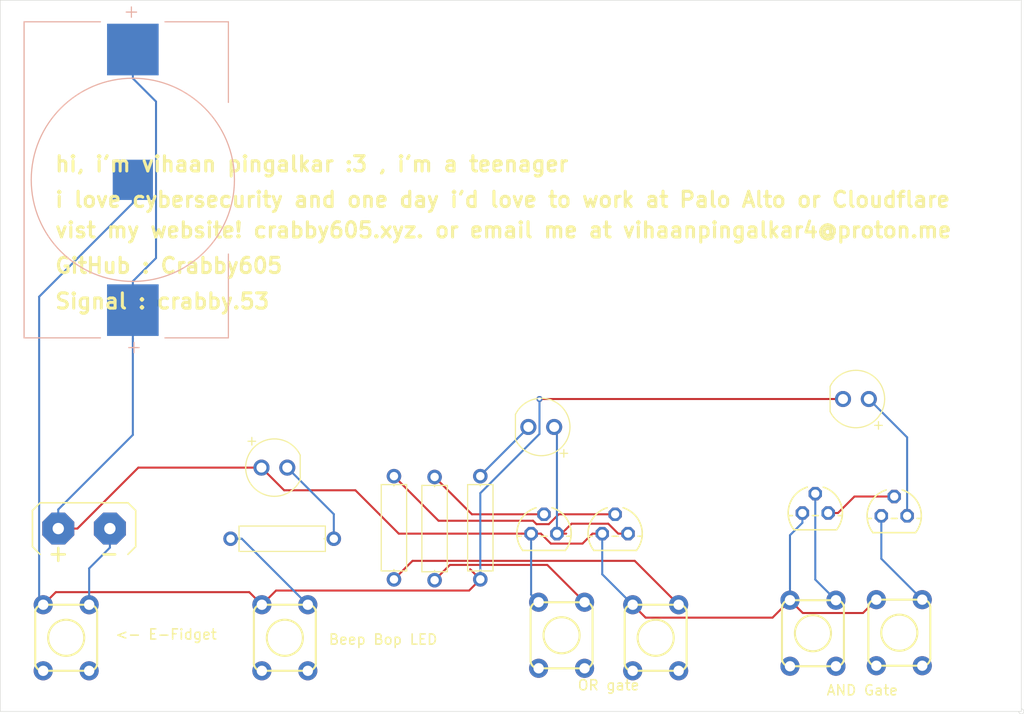
<source format=kicad_pcb>
(kicad_pcb (version 20241229) (generator "pcbnew") (generator_version "9.0")
  (layers (0 "F.Cu" signal) (2 "B.Cu" signal) (13 "F.Paste" user) (15 "B.Paste" user) (5 "F.SilkS" user "F.Silkscreen") (7 "B.SilkS" user "B.Silkscreen") (1 "F.Mask" user) (3 "B.Mask" user) (25 "Edge.Cuts" user))
  (net 0 "")
  (net 1 "D1_C")
  (net 2 "S1_4")
  (net 3 "BAT1-")
  (net 4 "BAT1+")
  (net 5 "M1_-")
  (net 6 "S3_4")
  (net 7 "T1_E")
  (net 8 "S4_4")
  (net 9 "D2_A")
  (net 10 "D3_C")
  (net 11 "D3_A")
  (net 12 "T4_B")
  (net 13 "S7_4")
  (net 14 "T3_B")
  (net 15 "S6_4")
  (footprint "solder:SWITCH-MOMENTARY-PTH-6.5MM_30890021" (layer "F.Cu") (at 157.2606 120.7488 90)
    (property "Reference" "S1" (hide yes))
    (property "Value" "SWITCH_MOMENTARY" (hide yes))
    (fp_line (start -2.54 -3.048) (end 2.54 -3.048) (stroke (width 0.2032)) (layer "F.SilkS"))
    (fp_line (start 3.2512 -2.2606) (end 3.2512 2.2606) (stroke (width 0.2032)) (layer "F.SilkS"))
    (fp_line (start -3.2512 2.2606) (end -3.2512 -2.2606) (stroke (width 0.2032)) (layer "F.SilkS"))
    (fp_line (start 2.54 3.048) (end -2.54 3.048) (stroke (width 0.2032)) (layer "F.SilkS"))
    (fp_arc (start 2.54 -3.048) (mid 3.058676 -2.801594) (end 3.2512 -2.2606) (stroke (width 0.2032)) (layer "F.SilkS"))
    (fp_arc (start -3.2512 -2.2606) (mid -3.058676 -2.801594) (end -2.54 -3.048) (stroke (width 0.2032)) (layer "F.SilkS"))
    (fp_arc (start 3.2512 2.2606) (mid 3.058676 2.801594) (end 2.54 3.048) (stroke (width 0.2032)) (layer "F.SilkS"))
    (fp_arc (start -2.54 3.048) (mid -3.058676 2.801594) (end -3.2512 2.2606) (stroke (width 0.2032)) (layer "F.SilkS"))
    (fp_circle (center 0 0) (end 1.778 0) (stroke (width 0.2032)) (fill no) (layer "F.SilkS"))
    (pad "1" thru_hole circle (at -3.2512 -2.2606 90) (size 1.8796 1.8796) (drill 1.016) (layers "*.Cu" "*.Mask"))
    (pad "2" thru_hole circle (at 3.2512 -2.2606 90) (size 1.8796 1.8796) (drill 1.016) (layers "*.Cu" "*.Mask") (net 3 "BAT1-"))
    (pad "3" thru_hole circle (at -3.2512 2.2606 90) (size 1.8796 1.8796) (drill 1.016) (layers "*.Cu" "*.Mask"))
    (pad "4" thru_hole circle (at 3.2512 2.2606 90) (size 1.8796 1.8796) (drill 1.016) (layers "*.Cu" "*.Mask") (net 2 "S1_4"))
  )
  (footprint "solder:SWITCH-MOMENTARY-PTH-6.5MM_30890021" (layer "F.Cu") (at 184.5 120.5 90)
    (property "Reference" "S6" (hide yes))
    (property "Value" "SWITCH_MOMENTARY" (hide yes))
    (fp_line (start -2.54 -3.048) (end 2.54 -3.048) (stroke (width 0.2032)) (layer "F.SilkS"))
    (fp_line (start 3.2512 -2.2606) (end 3.2512 2.2606) (stroke (width 0.2032)) (layer "F.SilkS"))
    (fp_line (start -3.2512 2.2606) (end -3.2512 -2.2606) (stroke (width 0.2032)) (layer "F.SilkS"))
    (fp_line (start 2.54 3.048) (end -2.54 3.048) (stroke (width 0.2032)) (layer "F.SilkS"))
    (fp_arc (start 2.54 -3.048) (mid 3.058676 -2.801594) (end 3.2512 -2.2606) (stroke (width 0.2032)) (layer "F.SilkS"))
    (fp_arc (start -3.2512 -2.2606) (mid -3.058676 -2.801594) (end -2.54 -3.048) (stroke (width 0.2032)) (layer "F.SilkS"))
    (fp_arc (start 3.2512 2.2606) (mid 3.058676 2.801594) (end 2.54 3.048) (stroke (width 0.2032)) (layer "F.SilkS"))
    (fp_arc (start -2.54 3.048) (mid -3.058676 2.801594) (end -3.2512 2.2606) (stroke (width 0.2032)) (layer "F.SilkS"))
    (fp_circle (center 0 0) (end 1.778 0) (stroke (width 0.2032)) (fill no) (layer "F.SilkS"))
    (pad "1" thru_hole circle (at -3.2512 -2.2606 90) (size 1.8796 1.8796) (drill 1.016) (layers "*.Cu" "*.Mask"))
    (pad "2" thru_hole circle (at 3.2512 -2.2606 90) (size 1.8796 1.8796) (drill 1.016) (layers "*.Cu" "*.Mask") (net 4 "BAT1+"))
    (pad "3" thru_hole circle (at -3.2512 2.2606 90) (size 1.8796 1.8796) (drill 1.016) (layers "*.Cu" "*.Mask"))
    (pad "4" thru_hole circle (at 3.2512 2.2606 90) (size 1.8796 1.8796) (drill 1.016) (layers "*.Cu" "*.Mask") (net 15 "S6_4"))
  )
  (footprint "solder:RESAD1016W63L850D250B_30890021" (layer "F.Cu") (at 176.5 109.92 90)
    (property "Reference" "R3" (hide yes))
    (property "Value" "220" (hide yes))
    (fp_line (start 4.25 -1.25) (end 4.25 1.25) (stroke (width 0.12)) (layer "F.SilkS"))
    (fp_line (start -4.25 -1.25) (end 4.25 -1.25) (stroke (width 0.12)) (layer "F.SilkS"))
    (fp_line (start 4.25 0) (end 4.111 0) (stroke (width 0.12)) (layer "F.SilkS"))
    (fp_line (start -4.25 0) (end -4.111 0) (stroke (width 0.12)) (layer "F.SilkS"))
    (fp_line (start 4.25 1.25) (end -4.25 1.25) (stroke (width 0.12)) (layer "F.SilkS"))
    (fp_line (start -4.25 1.25) (end -4.25 -1.25) (stroke (width 0.12)) (layer "F.SilkS"))
    (pad "1" thru_hole circle (at -5.08 0 90) (size 1.43 1.43) (drill 0.83) (layers "*.Cu" "*.Mask") (net 3 "BAT1-"))
    (pad "2" thru_hole circle (at 5.08 0 90) (size 1.43 1.43) (drill 0.83) (layers "*.Cu" "*.Mask") (net 10 "D3_C"))
  )
  (footprint "solder:TO92_30890021" (layer "F.Cu") (at 189.77 110.5)
    (property "Reference" "T4" (hide yes))
    (property "Value" "NPN" (hide yes))
    (fp_line (start -2.655 0.254) (end -2.254 0.254) (stroke (width 0.1524)) (layer "F.SilkS"))
    (fp_line (start -2.095 1.651) (end 2.095 1.651) (stroke (width 0.1524)) (layer "F.SilkS"))
    (fp_line (start -0.286 0.254) (end 0.286 0.254) (stroke (width 0.1524)) (layer "F.SilkS"))
    (fp_line (start 2.254 0.254) (end 2.655 0.254) (stroke (width 0.1524)) (layer "F.SilkS"))
    (fp_arc (start -2.095 1.651) (mid -2.546798 -0.793169) (end -0.786898 -2.5484) (stroke (width 0.1524)) (layer "F.SilkS"))
    (fp_arc (start 0.7869 -2.5484) (mid 2.546798 -0.793168) (end 2.094999 1.651001) (stroke (width 0.1524)) (layer "F.SilkS"))
    (pad "1" thru_hole roundrect (at -1.27 0) (size 1.3208 1.3208) (drill 0.8128) (layers "*.Cu" "*.Mask") (chamfer_ratio 0.2928932188) (chamfer top_left top_right bottom_left bottom_right) (net 4 "BAT1+"))
    (pad "2" thru_hole roundrect (at 0 -1.905) (size 1.3208 1.3208) (drill 0.8128) (layers "*.Cu" "*.Mask") (chamfer_ratio 0.2928932188) (chamfer top_left top_right bottom_left bottom_right) (net 12 "T4_B"))
    (pad "3" thru_hole roundrect (at 1.27 0) (size 1.3208 1.3208) (drill 0.8128) (layers "*.Cu" "*.Mask") (chamfer_ratio 0.2928932188) (chamfer top_left top_right bottom_left bottom_right) (net 11 "D3_A"))
  )
  (footprint "solder:LEDRD254W60D565H860B_30890021" (layer "F.Cu") (at 213.4694 97.2488 180)
    (property "Reference" "D2" (hide yes))
    (property "Value" "LED_RED" (hide yes))
    (fp_line (start 2.5425 -1.2314) (end 2.5425 1.2314) (stroke (width 0.12)) (layer "F.SilkS"))
    (fp_line (start -2.2196 -2.9696) (end -2.2196 -2.2196) (stroke (width 0.12)) (layer "F.SilkS"))
    (fp_line (start -2.5946 -2.5946) (end -1.8446 -2.5946) (stroke (width 0.12)) (layer "F.SilkS"))
    (fp_arc (start 2.5425 1.2314) (mid -0.631694 2.753475) (end -2.825 -0.000001) (stroke (width 0.12)) (layer "F.SilkS"))
    (fp_arc (start -2.825 0.000001) (mid -0.631694 -2.753475) (end 2.5425 -1.2314) (stroke (width 0.12)) (layer "F.SilkS"))
    (pad "1" thru_hole circle (at -1.27 0 180) (size 1.581 1.581) (drill 0.981) (layers "*.Cu" "*.Mask") (net 9 "D2_A"))
    (pad "2" thru_hole circle (at 1.27 0 180) (size 1.581 1.581) (drill 0.981) (layers "*.Cu" "*.Mask") (net 3 "BAT1-"))
  )
  (footprint "solder:RESAD1016W63L850D250B_30890021" (layer "F.Cu") (at 157 111)
    (property "Reference" "R1" (hide yes))
    (property "Value" "220" (hide yes))
    (fp_line (start -4.25 -1.25) (end 4.25 -1.25) (stroke (width 0.12)) (layer "F.SilkS"))
    (fp_line (start -4.25 0) (end -4.111 0) (stroke (width 0.12)) (layer "F.SilkS"))
    (fp_line (start -4.25 1.25) (end -4.25 -1.25) (stroke (width 0.12)) (layer "F.SilkS"))
    (fp_line (start 4.25 -1.25) (end 4.25 1.25) (stroke (width 0.12)) (layer "F.SilkS"))
    (fp_line (start 4.25 0) (end 4.111 0) (stroke (width 0.12)) (layer "F.SilkS"))
    (fp_line (start 4.25 1.25) (end -4.25 1.25) (stroke (width 0.12)) (layer "F.SilkS"))
    (pad "1" thru_hole circle (at -5.08 0) (size 1.43 1.43) (drill 0.83) (layers "*.Cu" "*.Mask") (net 2 "S1_4"))
    (pad "2" thru_hole circle (at 5.08 0) (size 1.43 1.43) (drill 0.83) (layers "*.Cu" "*.Mask") (net 1 "D1_C"))
  )
  (footprint "solder:TO92_30890021" (layer "F.Cu") (at 182.77 110.5)
    (property "Reference" "T3" (hide yes))
    (property "Value" "NPN" (hide yes))
    (fp_line (start -2.655 0.254) (end -2.254 0.254) (stroke (width 0.1524)) (layer "F.SilkS"))
    (fp_line (start -2.095 1.651) (end 2.095 1.651) (stroke (width 0.1524)) (layer "F.SilkS"))
    (fp_line (start -0.286 0.254) (end 0.286 0.254) (stroke (width 0.1524)) (layer "F.SilkS"))
    (fp_line (start 2.254 0.254) (end 2.655 0.254) (stroke (width 0.1524)) (layer "F.SilkS"))
    (fp_arc (start -2.095 1.651) (mid -2.546798 -0.793169) (end -0.786898 -2.5484) (stroke (width 0.1524)) (layer "F.SilkS"))
    (fp_arc (start 0.7869 -2.5484) (mid 2.546798 -0.793168) (end 2.094999 1.651001) (stroke (width 0.1524)) (layer "F.SilkS"))
    (pad "1" thru_hole roundrect (at -1.27 0) (size 1.3208 1.3208) (drill 0.8128) (layers "*.Cu" "*.Mask") (chamfer_ratio 0.2928932188) (chamfer top_left top_right bottom_left bottom_right) (net 4 "BAT1+"))
    (pad "2" thru_hole roundrect (at 0 -1.905) (size 1.3208 1.3208) (drill 0.8128) (layers "*.Cu" "*.Mask") (chamfer_ratio 0.2928932188) (chamfer top_left top_right bottom_left bottom_right) (net 14 "T3_B"))
    (pad "3" thru_hole roundrect (at 1.27 0) (size 1.3208 1.3208) (drill 0.8128) (layers "*.Cu" "*.Mask") (chamfer_ratio 0.2928932188) (chamfer top_left top_right bottom_left bottom_right) (net 11 "D3_A"))
  )
  (footprint "solder:LEDRD254W60D565H860B_30890021" (layer "F.Cu") (at 156.23 104)
    (property "Reference" "D1" (hide yes))
    (property "Value" "LED_RED" (hide yes))
    (fp_line (start -2.5946 -2.5946) (end -1.8446 -2.5946) (stroke (width 0.12)) (layer "F.SilkS"))
    (fp_line (start -2.2196 -2.9696) (end -2.2196 -2.2196) (stroke (width 0.12)) (layer "F.SilkS"))
    (fp_line (start 2.5425 -1.2314) (end 2.5425 1.2314) (stroke (width 0.12)) (layer "F.SilkS"))
    (fp_arc (start -2.825 0.000001) (mid -0.631694 -2.753475) (end 2.5425 -1.2314) (stroke (width 0.12)) (layer "F.SilkS"))
    (fp_arc (start 2.5425 1.2314) (mid -0.631694 2.753475) (end -2.825 -0.000001) (stroke (width 0.12)) (layer "F.SilkS"))
    (pad "1" thru_hole circle (at -1.27 0) (size 1.581 1.581) (drill 0.981) (layers "*.Cu" "*.Mask") (net 4 "BAT1+"))
    (pad "2" thru_hole circle (at 1.27 0) (size 1.581 1.581) (drill 0.981) (layers "*.Cu" "*.Mask") (net 1 "D1_C"))
  )
  (footprint "solder:LEDRD254W60D565H860B_30890021" (layer "F.Cu") (at 182.5 100 180)
    (property "Reference" "D3" (hide yes))
    (property "Value" "LED_RED" (hide yes))
    (fp_line (start 2.5425 -1.2314) (end 2.5425 1.2314) (stroke (width 0.12)) (layer "F.SilkS"))
    (fp_line (start -2.2196 -2.9696) (end -2.2196 -2.2196) (stroke (width 0.12)) (layer "F.SilkS"))
    (fp_line (start -2.5946 -2.5946) (end -1.8446 -2.5946) (stroke (width 0.12)) (layer "F.SilkS"))
    (fp_arc (start 2.5425 1.2314) (mid -0.631694 2.753475) (end -2.825 -0.000001) (stroke (width 0.12)) (layer "F.SilkS"))
    (fp_arc (start -2.825 0.000001) (mid -0.631694 -2.753475) (end 2.5425 -1.2314) (stroke (width 0.12)) (layer "F.SilkS"))
    (pad "1" thru_hole circle (at -1.27 0 180) (size 1.581 1.581) (drill 0.981) (layers "*.Cu" "*.Mask") (net 11 "D3_A"))
    (pad "2" thru_hole circle (at 1.27 0 180) (size 1.581 1.581) (drill 0.981) (layers "*.Cu" "*.Mask") (net 10 "D3_C"))
  )
  (footprint "solder:MOTOR_30890021" (layer "F.Cu") (at 137.5 110 180)
    (property "Reference" "M1" (hide yes))
    (property "Value" "MOTOR_HDR" (hide yes))
    (fp_line (start 5.08 1.778) (end 5.08 -1.778) (stroke (width 0.1524)) (layer "F.SilkS"))
    (fp_line (start 5.08 -1.778) (end 4.318 -2.54) (stroke (width 0.1524)) (layer "F.SilkS"))
    (fp_line (start 4.318 2.54) (end 5.08 1.778) (stroke (width 0.1524)) (layer "F.SilkS"))
    (fp_line (start 2.54 -1.905) (end 2.54 -3.175) (stroke (width 0.254)) (layer "F.SilkS"))
    (fp_line (start 1.905 -2.54) (end 3.175 -2.54) (stroke (width 0.254)) (layer "F.SilkS"))
    (fp_line (start -3.048 -2.54) (end -1.905 -2.54) (stroke (width 0.254)) (layer "F.SilkS"))
    (fp_line (start -4.318 2.54) (end 4.318 2.54) (stroke (width 0.1524)) (layer "F.SilkS"))
    (fp_line (start -4.318 -2.54) (end -5.08 -1.778) (stroke (width 0.1524)) (layer "F.SilkS"))
    (fp_line (start -5.08 1.778) (end -4.318 2.54) (stroke (width 0.1524)) (layer "F.SilkS"))
    (fp_line (start -5.08 -1.778) (end -5.08 1.778) (stroke (width 0.1524)) (layer "F.SilkS"))
    (pad "+" thru_hole roundrect (at 2.54 0 180) (size 3.1496 3.1496) (drill 1.1176) (layers "*.Cu" "*.Mask") (chamfer_ratio 0.2928932188) (chamfer top_left top_right bottom_left bottom_right) (net 4 "BAT1+"))
    (pad "-" thru_hole roundrect (at -2.54 0 180) (size 3.1496 3.1496) (drill 1.1176) (layers "*.Cu" "*.Mask") (chamfer_ratio 0.2928932188) (chamfer top_left top_right bottom_left bottom_right) (net 5 "M1_-"))
  )
  (footprint "solder:RESAD1016W63L850D250B_30890021" (layer "F.Cu") (at 172 110 90)
    (property "Reference" "R5" (hide yes))
    (property "Value" "4.7k" (hide yes))
    (fp_line (start 4.25 -1.25) (end 4.25 1.25) (stroke (width 0.12)) (layer "F.SilkS"))
    (fp_line (start -4.25 -1.25) (end 4.25 -1.25) (stroke (width 0.12)) (layer "F.SilkS"))
    (fp_line (start 4.25 0) (end 4.111 0) (stroke (width 0.12)) (layer "F.SilkS"))
    (fp_line (start -4.25 0) (end -4.111 0) (stroke (width 0.12)) (layer "F.SilkS"))
    (fp_line (start 4.25 1.25) (end -4.25 1.25) (stroke (width 0.12)) (layer "F.SilkS"))
    (fp_line (start -4.25 1.25) (end -4.25 -1.25) (stroke (width 0.12)) (layer "F.SilkS"))
    (pad "1" thru_hole circle (at -5.08 0 90) (size 1.43 1.43) (drill 0.83) (layers "*.Cu" "*.Mask") (net 15 "S6_4"))
    (pad "2" thru_hole circle (at 5.08 0 90) (size 1.43 1.43) (drill 0.83) (layers "*.Cu" "*.Mask") (net 14 "T3_B"))
  )
  (footprint "solder:SWITCH-MOMENTARY-PTH-6.5MM_30890021" (layer "F.Cu") (at 193.7606 120.7488 90)
    (property "Reference" "S7" (hide yes))
    (property "Value" "SWITCH_MOMENTARY" (hide yes))
    (fp_line (start -2.54 -3.048) (end 2.54 -3.048) (stroke (width 0.2032)) (layer "F.SilkS"))
    (fp_line (start 3.2512 -2.2606) (end 3.2512 2.2606) (stroke (width 0.2032)) (layer "F.SilkS"))
    (fp_line (start -3.2512 2.2606) (end -3.2512 -2.2606) (stroke (width 0.2032)) (layer "F.SilkS"))
    (fp_line (start 2.54 3.048) (end -2.54 3.048) (stroke (width 0.2032)) (layer "F.SilkS"))
    (fp_arc (start 2.54 -3.048) (mid 3.058676 -2.801594) (end 3.2512 -2.2606) (stroke (width 0.2032)) (layer "F.SilkS"))
    (fp_arc (start -3.2512 -2.2606) (mid -3.058676 -2.801594) (end -2.54 -3.048) (stroke (width 0.2032)) (layer "F.SilkS"))
    (fp_arc (start 3.2512 2.2606) (mid 3.058676 2.801594) (end 2.54 3.048) (stroke (width 0.2032)) (layer "F.SilkS"))
    (fp_arc (start -2.54 3.048) (mid -3.058676 2.801594) (end -3.2512 2.2606) (stroke (width 0.2032)) (layer "F.SilkS"))
    (fp_circle (center 0 0) (end 1.778 0) (stroke (width 0.2032)) (fill no) (layer "F.SilkS"))
    (pad "1" thru_hole circle (at -3.2512 -2.2606 90) (size 1.8796 1.8796) (drill 1.016) (layers "*.Cu" "*.Mask"))
    (pad "2" thru_hole circle (at 3.2512 -2.2606 90) (size 1.8796 1.8796) (drill 1.016) (layers "*.Cu" "*.Mask") (net 4 "BAT1+"))
    (pad "3" thru_hole circle (at -3.2512 2.2606 90) (size 1.8796 1.8796) (drill 1.016) (layers "*.Cu" "*.Mask"))
    (pad "4" thru_hole circle (at 3.2512 2.2606 90) (size 1.8796 1.8796) (drill 1.016) (layers "*.Cu" "*.Mask") (net 13 "S7_4"))
  )
  (footprint "solder:TO92_30890021" (layer "F.Cu") (at 217.2394 108.7488)
    (property "Reference" "T2" (hide yes))
    (property "Value" "NPN" (hide yes))
    (fp_line (start -2.655 0.254) (end -2.254 0.254) (stroke (width 0.1524)) (layer "F.SilkS"))
    (fp_line (start -2.095 1.651) (end 2.095 1.651) (stroke (width 0.1524)) (layer "F.SilkS"))
    (fp_line (start -0.286 0.254) (end 0.286 0.254) (stroke (width 0.1524)) (layer "F.SilkS"))
    (fp_line (start 2.254 0.254) (end 2.655 0.254) (stroke (width 0.1524)) (layer "F.SilkS"))
    (fp_arc (start -2.095 1.651) (mid -2.546798 -0.793169) (end -0.786898 -2.5484) (stroke (width 0.1524)) (layer "F.SilkS"))
    (fp_arc (start 0.7869 -2.5484) (mid 2.546798 -0.793168) (end 2.094999 1.651001) (stroke (width 0.1524)) (layer "F.SilkS"))
    (pad "1" thru_hole roundrect (at -1.27 0) (size 1.3208 1.3208) (drill 0.8128) (layers "*.Cu" "*.Mask") (chamfer_ratio 0.2928932188) (chamfer top_left top_right bottom_left bottom_right) (net 8 "S4_4"))
    (pad "2" thru_hole roundrect (at 0 -1.905) (size 1.3208 1.3208) (drill 0.8128) (layers "*.Cu" "*.Mask") (chamfer_ratio 0.2928932188) (chamfer top_left top_right bottom_left bottom_right) (net 7 "T1_E"))
    (pad "3" thru_hole roundrect (at 1.27 0) (size 1.3208 1.3208) (drill 0.8128) (layers "*.Cu" "*.Mask") (chamfer_ratio 0.2928932188) (chamfer top_left top_right bottom_left bottom_right) (net 9 "D2_A"))
  )
  (footprint "solder:SWITCH-MOMENTARY-PTH-6.5MM_30890021" (layer "F.Cu") (at 209.2394 120.2992 90)
    (property "Reference" "S3" (hide yes))
    (property "Value" "SWITCH_MOMENTARY" (hide yes))
    (fp_line (start -2.54 -3.048) (end 2.54 -3.048) (stroke (width 0.2032)) (layer "F.SilkS"))
    (fp_line (start 3.2512 -2.2606) (end 3.2512 2.2606) (stroke (width 0.2032)) (layer "F.SilkS"))
    (fp_line (start -3.2512 2.2606) (end -3.2512 -2.2606) (stroke (width 0.2032)) (layer "F.SilkS"))
    (fp_line (start 2.54 3.048) (end -2.54 3.048) (stroke (width 0.2032)) (layer "F.SilkS"))
    (fp_arc (start 2.54 -3.048) (mid 3.058676 -2.801594) (end 3.2512 -2.2606) (stroke (width 0.2032)) (layer "F.SilkS"))
    (fp_arc (start -3.2512 -2.2606) (mid -3.058676 -2.801594) (end -2.54 -3.048) (stroke (width 0.2032)) (layer "F.SilkS"))
    (fp_arc (start 3.2512 2.2606) (mid 3.058676 2.801594) (end 2.54 3.048) (stroke (width 0.2032)) (layer "F.SilkS"))
    (fp_arc (start -2.54 3.048) (mid -3.058676 2.801594) (end -3.2512 2.2606) (stroke (width 0.2032)) (layer "F.SilkS"))
    (fp_circle (center 0 0) (end 1.778 0) (stroke (width 0.2032)) (fill no) (layer "F.SilkS"))
    (pad "1" thru_hole circle (at -3.2512 -2.2606 90) (size 1.8796 1.8796) (drill 1.016) (layers "*.Cu" "*.Mask"))
    (pad "2" thru_hole circle (at 3.2512 -2.2606 90) (size 1.8796 1.8796) (drill 1.016) (layers "*.Cu" "*.Mask") (net 4 "BAT1+"))
    (pad "3" thru_hole circle (at -3.2512 2.2606 90) (size 1.8796 1.8796) (drill 1.016) (layers "*.Cu" "*.Mask"))
    (pad "4" thru_hole circle (at 3.2512 2.2606 90) (size 1.8796 1.8796) (drill 1.016) (layers "*.Cu" "*.Mask") (net 6 "S3_4"))
  )
  (footprint "solder:TO92_30890021" (layer "F.Cu") (at 209.4694 108.4676)
    (property "Reference" "T1" (hide yes))
    (property "Value" "NPN" (hide yes))
    (fp_line (start -2.655 0.254) (end -2.254 0.254) (stroke (width 0.1524)) (layer "F.SilkS"))
    (fp_line (start -2.095 1.651) (end 2.095 1.651) (stroke (width 0.1524)) (layer "F.SilkS"))
    (fp_line (start -0.286 0.254) (end 0.286 0.254) (stroke (width 0.1524)) (layer "F.SilkS"))
    (fp_line (start 2.254 0.254) (end 2.655 0.254) (stroke (width 0.1524)) (layer "F.SilkS"))
    (fp_arc (start -2.095 1.651) (mid -2.546798 -0.793169) (end -0.786898 -2.5484) (stroke (width 0.1524)) (layer "F.SilkS"))
    (fp_arc (start 0.7869 -2.5484) (mid 2.546798 -0.793168) (end 2.094999 1.651001) (stroke (width 0.1524)) (layer "F.SilkS"))
    (pad "1" thru_hole roundrect (at -1.27 0) (size 1.3208 1.3208) (drill 0.8128) (layers "*.Cu" "*.Mask") (chamfer_ratio 0.2928932188) (chamfer top_left top_right bottom_left bottom_right) (net 4 "BAT1+"))
    (pad "2" thru_hole roundrect (at 0 -1.905) (size 1.3208 1.3208) (drill 0.8128) (layers "*.Cu" "*.Mask") (chamfer_ratio 0.2928932188) (chamfer top_left top_right bottom_left bottom_right) (net 6 "S3_4"))
    (pad "3" thru_hole roundrect (at 1.27 0) (size 1.3208 1.3208) (drill 0.8128) (layers "*.Cu" "*.Mask") (chamfer_ratio 0.2928932188) (chamfer top_left top_right bottom_left bottom_right) (net 7 "T1_E"))
  )
  (footprint "solder:RESAD1016W63L850D250B_30890021" (layer "F.Cu") (at 168 109.92 90)
    (property "Reference" "R4" (hide yes))
    (property "Value" "4.7k" (hide yes))
    (fp_line (start 4.25 -1.25) (end 4.25 1.25) (stroke (width 0.12)) (layer "F.SilkS"))
    (fp_line (start -4.25 -1.25) (end 4.25 -1.25) (stroke (width 0.12)) (layer "F.SilkS"))
    (fp_line (start 4.25 0) (end 4.111 0) (stroke (width 0.12)) (layer "F.SilkS"))
    (fp_line (start -4.25 0) (end -4.111 0) (stroke (width 0.12)) (layer "F.SilkS"))
    (fp_line (start 4.25 1.25) (end -4.25 1.25) (stroke (width 0.12)) (layer "F.SilkS"))
    (fp_line (start -4.25 1.25) (end -4.25 -1.25) (stroke (width 0.12)) (layer "F.SilkS"))
    (pad "1" thru_hole circle (at -5.08 0 90) (size 1.43 1.43) (drill 0.83) (layers "*.Cu" "*.Mask") (net 13 "S7_4"))
    (pad "2" thru_hole circle (at 5.08 0 90) (size 1.43 1.43) (drill 0.83) (layers "*.Cu" "*.Mask") (net 12 "T4_B"))
  )
  (footprint "solder:SWITCH-MOMENTARY-PTH-6.5MM_30890021" (layer "F.Cu") (at 217.7394 120.2488 90)
    (property "Reference" "S4" (hide yes))
    (property "Value" "SWITCH_MOMENTARY" (hide yes))
    (fp_line (start -2.54 -3.048) (end 2.54 -3.048) (stroke (width 0.2032)) (layer "F.SilkS"))
    (fp_line (start 3.2512 -2.2606) (end 3.2512 2.2606) (stroke (width 0.2032)) (layer "F.SilkS"))
    (fp_line (start -3.2512 2.2606) (end -3.2512 -2.2606) (stroke (width 0.2032)) (layer "F.SilkS"))
    (fp_line (start 2.54 3.048) (end -2.54 3.048) (stroke (width 0.2032)) (layer "F.SilkS"))
    (fp_arc (start 2.54 -3.048) (mid 3.058676 -2.801594) (end 3.2512 -2.2606) (stroke (width 0.2032)) (layer "F.SilkS"))
    (fp_arc (start -3.2512 -2.2606) (mid -3.058676 -2.801594) (end -2.54 -3.048) (stroke (width 0.2032)) (layer "F.SilkS"))
    (fp_arc (start 3.2512 2.2606) (mid 3.058676 2.801594) (end 2.54 3.048) (stroke (width 0.2032)) (layer "F.SilkS"))
    (fp_arc (start -2.54 3.048) (mid -3.058676 2.801594) (end -3.2512 2.2606) (stroke (width 0.2032)) (layer "F.SilkS"))
    (fp_circle (center 0 0) (end 1.778 0) (stroke (width 0.2032)) (fill no) (layer "F.SilkS"))
    (pad "1" thru_hole circle (at -3.2512 -2.2606 90) (size 1.8796 1.8796) (drill 1.016) (layers "*.Cu" "*.Mask"))
    (pad "2" thru_hole circle (at 3.2512 -2.2606 90) (size 1.8796 1.8796) (drill 1.016) (layers "*.Cu" "*.Mask") (net 4 "BAT1+"))
    (pad "3" thru_hole circle (at -3.2512 2.2606 90) (size 1.8796 1.8796) (drill 1.016) (layers "*.Cu" "*.Mask"))
    (pad "4" thru_hole circle (at 3.2512 2.2606 90) (size 1.8796 1.8796) (drill 1.016) (layers "*.Cu" "*.Mask") (net 8 "S4_4"))
  )
  (footprint "solder:SWITCH-MOMENTARY-PTH-6.5MM_30890021" (layer "F.Cu") (at 135.7394 120.7488 90)
    (property "Reference" "S2" (hide yes))
    (property "Value" "SWITCH_MOMENTARY" (hide yes))
    (fp_line (start -2.54 -3.048) (end 2.54 -3.048) (stroke (width 0.2032)) (layer "F.SilkS"))
    (fp_line (start 3.2512 -2.2606) (end 3.2512 2.2606) (stroke (width 0.2032)) (layer "F.SilkS"))
    (fp_line (start -3.2512 2.2606) (end -3.2512 -2.2606) (stroke (width 0.2032)) (layer "F.SilkS"))
    (fp_line (start 2.54 3.048) (end -2.54 3.048) (stroke (width 0.2032)) (layer "F.SilkS"))
    (fp_arc (start 2.54 -3.048) (mid 3.058676 -2.801594) (end 3.2512 -2.2606) (stroke (width 0.2032)) (layer "F.SilkS"))
    (fp_arc (start -3.2512 -2.2606) (mid -3.058676 -2.801594) (end -2.54 -3.048) (stroke (width 0.2032)) (layer "F.SilkS"))
    (fp_arc (start 3.2512 2.2606) (mid 3.058676 2.801594) (end 2.54 3.048) (stroke (width 0.2032)) (layer "F.SilkS"))
    (fp_arc (start -2.54 3.048) (mid -3.058676 2.801594) (end -3.2512 2.2606) (stroke (width 0.2032)) (layer "F.SilkS"))
    (fp_circle (center 0 0) (end 1.778 0) (stroke (width 0.2032)) (fill no) (layer "F.SilkS"))
    (pad "1" thru_hole circle (at -3.2512 -2.2606 90) (size 1.8796 1.8796) (drill 1.016) (layers "*.Cu" "*.Mask"))
    (pad "2" thru_hole circle (at 3.2512 -2.2606 90) (size 1.8796 1.8796) (drill 1.016) (layers "*.Cu" "*.Mask") (net 3 "BAT1-"))
    (pad "3" thru_hole circle (at -3.2512 2.2606 90) (size 1.8796 1.8796) (drill 1.016) (layers "*.Cu" "*.Mask"))
    (pad "4" thru_hole circle (at 3.2512 2.2606 90) (size 1.8796 1.8796) (drill 1.016) (layers "*.Cu" "*.Mask") (net 5 "M1_-"))
  )
  (footprint "solder:BAT_3002_30890021" (layer "B.Cu") (at 141.65 75.675 90)
    (property "Reference" "BAT1" (hide yes))
    (property "Value" "BR2016" (hide yes))
    (fp_line (start 15.555 -10.055) (end -15.555 -10.055) (stroke (width 0.12)) (layer "B.SilkS"))
    (fp_line (start -15.555 -10.055) (end -15.555 -2.54) (stroke (width 0.12)) (layer "B.SilkS"))
    (fp_line (start 15.555 -2.54) (end 15.555 -10.055) (stroke (width 0.12)) (layer "B.SilkS"))
    (fp_line (start 16.002 0.508) (end 17.018 0.508) (stroke (width 0.12)) (layer "B.SilkS"))
    (fp_line (start -17.018 0.762) (end -16.002 0.762) (stroke (width 0.12)) (layer "B.SilkS"))
    (fp_line (start 16.51 1.016) (end 16.51 0) (stroke (width 0.12)) (layer "B.SilkS"))
    (fp_line (start -16.51 1.27) (end -16.51 0.254) (stroke (width 0.12)) (layer "B.SilkS"))
    (fp_line (start -15.555 3.81) (end -15.555 10.055) (stroke (width 0.12)) (layer "B.SilkS"))
    (fp_line (start 15.555 10.055) (end 15.555 3.81) (stroke (width 0.12)) (layer "B.SilkS"))
    (fp_line (start 7.62 10.055) (end 15.555 10.055) (stroke (width 0.12)) (layer "B.SilkS"))
    (fp_line (start -15.555 10.055) (end -7.305 10.055) (stroke (width 0.12)) (layer "B.SilkS"))
    (fp_circle (center 0 0.65) (end 10 0.65) (stroke (width 0.12)) (fill no) (layer "B.SilkS"))
    (pad "N" smd rect (at 0 0.65 90) (size 3.96 3.96) (layers "B.Cu" "B.Mask" "B.Paste") (net 3 "BAT1-"))
    (pad "P" smd rect (at 12.825 0.65 90) (size 5.08 5.08) (layers "B.Cu" "B.Mask" "B.Paste") (net 4 "BAT1+"))
    (pad "P1" smd rect (at -12.825 0.65 90) (size 5.08 5.08) (layers "B.Cu" "B.Mask" "B.Paste") (net 4 "BAT1+"))
  )
  (gr_arc (start 229.75 127.75) (mid 229.926777 128.176777) (end 229.5 128) (stroke (width 0.05)) (layer "Edge.Cuts"))
  (gr_rect (start 129.25 58) (end 229.75 128) (stroke (width 0.05)) (fill no) (layer "Edge.Cuts"))
  (gr_text "AND Gate" (at 210.5 126.5 0) (layer "F.SilkS") (effects (font (size 1 1)) (justify left bottom)))
  (gr_text "i love cybersecurity and one day i'd love to work at Palo Alto or Cloudflare\n" (at 134.5 78.5 0) (layer "F.SilkS") (effects (font (size 1.5 1.5) (thickness 0.3) (bold yes)) (justify left bottom)))
  (gr_text "Signal : crabby.53\n" (at 134.5 88.5 0) (layer "F.SilkS") (effects (font (size 1.5 1.5) (thickness 0.3) (bold yes)) (justify left bottom)))
  (gr_text "Beep Bop LED" (at 161.5 121.5 0) (layer "F.SilkS") (effects (font (size 1 1)) (justify left bottom)))
  (gr_text "vist my website! crabby605.xyz. or email me at vihaanpingalkar4@proton.me" (at 134.5 81.5 0) (layer "F.SilkS") (effects (font (size 1.5 1.5) (thickness 0.3) (bold yes)) (justify left bottom)))
  (gr_text "GitHub : Crabby605\n" (at 134.5 85 0) (layer "F.SilkS") (effects (font (size 1.5 1.5) (thickness 0.3) (bold yes)) (justify left bottom)))
  (gr_text "OR gate\n" (at 186 126 0) (layer "F.SilkS") (effects (font (size 1 1)) (justify left bottom)))
  (gr_text "<- E-Fidget" (at 140.5 121 0) (layer "F.SilkS") (effects (font (size 1 1)) (justify left bottom)))
  (gr_text "hi, i'm vihaan pingalkar :3 , i'm a teenager " (at 134.5 75 0) (layer "F.SilkS") (effects (font (size 1.5 1.5) (thickness 0.3) (bold yes)) (justify left bottom)))
  (segment (start 162.08 108.58) (end 162.08 111) (width 0.2) (layer "B.Cu") (net 1))
  (segment (start 157.5 104) (end 162.08 108.58) (width 0.2) (layer "B.Cu") (net 1))
  (segment (start 159.5212 117.4972) (end 159.5212 117.4976) (width 0.2) (layer "B.Cu") (net 2))
  (segment (start 153.024 111) (end 151.92 111) (width 0.2) (layer "B.Cu") (net 2))
  (segment (start 153.024 111) (end 159.5212 117.4972) (width 0.2) (layer "B.Cu") (net 2))
  (segment (start 175.3997 116.1003) (end 156.3973 116.1003) (width 0.2) (layer "F.Cu") (net 3))
  (segment (start 134.7203 116.2561) (end 153.7585 116.2561) (width 0.2) (layer "F.Cu") (net 3))
  (segment (start 133.4788 117.4976) (end 134.7203 116.2561) (width 0.2) (layer "F.Cu") (net 3))
  (segment (start 153.7585 116.2561) (end 155 117.4976) (width 0.2) (layer "F.Cu") (net 3))
  (segment (start 175.498 113.998) (end 176.5 115) (width 0.2) (layer "F.Cu") (net 3))
  (segment (start 176.5 115) (end 175.3997 116.1003) (width 0.2) (layer "F.Cu") (net 3))
  (segment (start 156.3973 116.1003) (end 155 117.4976) (width 0.2) (layer "F.Cu") (net 3))
  (segment (start 212.1994 97.2488) (end 182.3247 97.2488) (width 0.2) (layer "F.Cu") (net 3))
  (via (at 182.3247 97.2488) (size 0.6) (drill 0.3) (layers "F.Cu" "B.Cu") (net 3))
  (segment (start 133.28 117.299) (end 133.081 117.1) (width 0.2) (layer "B.Cu") (net 3))
  (segment (start 133.28 117.299) (end 133.2802 117.299) (width 0.2) (layer "B.Cu") (net 3))
  (segment (start 133.0784 87.1783) (end 133.0784 117.0974) (width 0.2) (layer "B.Cu") (net 3))
  (segment (start 142.3 77.9567) (end 133.0784 87.1783) (width 0.2) (layer "B.Cu") (net 3))
  (segment (start 142.3 75.675) (end 142.3 77.9567) (width 0.2) (layer "B.Cu") (net 3))
  (segment (start 133.2802 117.299) (end 133.4788 117.4976) (width 0.2) (layer "B.Cu") (net 3))
  (segment (start 176.5 115) (end 176.5 106.511) (width 0.2) (layer "B.Cu") (net 3))
  (segment (start 133.479 117.498) (end 133.28 117.299) (width 0.2) (layer "B.Cu") (net 3))
  (segment (start 133.0784 117.0974) (end 133.081 117.1) (width 0.2) (layer "B.Cu") (net 3))
  (segment (start 176.5 106.511) (end 182.3247 100.6863) (width 0.2) (layer "B.Cu") (net 3))
  (segment (start 182.3247 100.6863) (end 182.3247 97.2488) (width 0.2) (layer "B.Cu") (net 3))
  (segment (start 181.5 110.5) (end 182.4634 110.5) (width 0.2) (layer "F.Cu") (net 4))
  (segment (start 142.8395 104) (end 136.8395 110) (width 0.2) (layer "F.Cu") (net 4))
  (segment (start 154.96 104) (end 142.8395 104) (width 0.2) (layer "F.Cu") (net 4))
  (segment (start 183.445 111.4816) (end 182.4634 110.5) (width 0.2) (layer "F.Cu") (net 4))
  (segment (start 208.242 118.3112) (end 206.9788 117.048) (width 0.2) (layer "F.Cu") (net 4))
  (segment (start 180.584 110.5) (end 168.4733 110.5) (width 0.2) (layer "F.Cu") (net 4))
  (segment (start 214.1652 118.3112) (end 208.242 118.3112) (width 0.2) (layer "F.Cu") (net 4))
  (segment (start 215.4788 116.9976) (end 214.1652 118.3112) (width 0.2) (layer "F.Cu") (net 4))
  (segment (start 181.5 110.5) (end 180.584 110.5) (width 0.2) (layer "F.Cu") (net 4))
  (segment (start 206.9788 117.048) (end 205.2586 118.7682) (width 0.2) (layer "F.Cu") (net 4))
  (segment (start 187.5366 110.5) (end 186.555 111.4816) (width 0.2) (layer "F.Cu") (net 4))
  (segment (start 157.19 106.23) (end 154.96 104) (width 0.2) (layer "F.Cu") (net 4))
  (segment (start 186.555 111.4816) (end 183.445 111.4816) (width 0.2) (layer "F.Cu") (net 4))
  (segment (start 192.7706 118.7682) (end 191.5 117.4976) (width 0.2) (layer "F.Cu") (net 4))
  (segment (start 134.96 110) (end 136.8395 110) (width 0.2) (layer "F.Cu") (net 4))
  (segment (start 164.2033 106.23) (end 157.19 106.23) (width 0.2) (layer "F.Cu") (net 4))
  (segment (start 168.4733 110.5) (end 164.2033 106.23) (width 0.2) (layer "F.Cu") (net 4))
  (segment (start 205.2586 118.7682) (end 192.7706 118.7682) (width 0.2) (layer "F.Cu") (net 4))
  (segment (start 188.5 110.5) (end 187.5366 110.5) (width 0.2) (layer "F.Cu") (net 4))
  (segment (start 206.9788 110.6516) (end 206.9788 117.048) (width 0.2) (layer "B.Cu") (net 4))
  (segment (start 188.5 114.4976) (end 191.5 117.4976) (width 0.2) (layer "B.Cu") (net 4))
  (segment (start 142.3 88.5) (end 142.3 91.3417) (width 0.2) (layer "B.Cu") (net 4))
  (segment (start 208.1994 108.4676) (end 208.1994 109.431) (width 0.2) (layer "B.Cu") (net 4))
  (segment (start 181.5 116.509) (end 181.8695 116.879) (width 0.2) (layer "B.Cu") (net 4))
  (segment (start 144.5817 67.9734) (end 144.5817 83.3766) (width 0.2) (layer "B.Cu") (net 4))
  (segment (start 142.3 88.5) (end 142.3 85.6583) (width 0.2) (layer "B.Cu") (net 4))
  (segment (start 181.5 110.5) (end 181.5 116.509) (width 0.2) (layer "B.Cu") (net 4))
  (segment (start 181.8695 116.879) (end 182.239 117.249) (width 0.2) (layer "B.Cu") (net 4))
  (segment (start 208.1994 109.431) (end 206.9788 110.6516) (width 0.2) (layer "B.Cu") (net 4))
  (segment (start 134.96 110) (end 134.96 108.1205) (width 0.2) (layer "B.Cu") (net 4))
  (segment (start 142.3 100.7805) (end 142.3 91.3417) (width 0.2) (layer "B.Cu") (net 4))
  (segment (start 181.8695 116.879) (end 181.8696 116.879) (width 0.2) (layer "B.Cu") (net 4))
  (segment (start 188.5 110.5) (end 188.5 114.4976) (width 0.2) (layer "B.Cu") (net 4))
  (segment (start 142.3 62.85) (end 142.3 65.6917) (width 0.2) (layer "B.Cu") (net 4))
  (segment (start 181.8696 116.879) (end 182.2394 117.2488) (width 0.2) (layer "B.Cu") (net 4))
  (segment (start 142.3 65.6917) (end 144.5817 67.9734) (width 0.2) (layer "B.Cu") (net 4))
  (segment (start 144.5817 83.3766) (end 142.3 85.6583) (width 0.2) (layer "B.Cu") (net 4))
  (segment (start 134.96 108.1205) (end 142.3 100.7805) (width 0.2) (layer "B.Cu") (net 4))
  (segment (start 140.04 110) (end 140.04 111.8795) (width 0.2) (layer "B.Cu") (net 5))
  (segment (start 140.04 111.8795) (end 138 113.9195) (width 0.2) (layer "B.Cu") (net 5))
  (segment (start 138 113.9195) (end 138 117.4976) (width 0.2) (layer "B.Cu") (net 5))
  (segment (start 209.4694 106.5626) (end 209.4694 115.0174) (width 0.2) (layer "B.Cu") (net 6))
  (segment (start 209.4694 115.0174) (end 211.5 117.048) (width 0.2) (layer "B.Cu") (net 6))
  (segment (start 210.7394 108.4676) (end 211.7028 108.4676) (width 0.2) (layer "F.Cu") (net 7))
  (segment (start 213.3266 106.8438) (end 217.2394 106.8438) (width 0.2) (layer "F.Cu") (net 7))
  (segment (start 211.7028 108.4676) (end 213.3266 106.8438) (width 0.2) (layer "F.Cu") (net 7))
  (segment (start 215.9694 108.7488) (end 215.9694 112.967) (width 0.2) (layer "B.Cu") (net 8))
  (segment (start 215.9694 112.967) (end 220 116.9976) (width 0.2) (layer "B.Cu") (net 8))
  (segment (start 218.5094 101.0188) (end 218.5094 108.7488) (width 0.2) (layer "B.Cu") (net 9))
  (segment (start 214.7394 97.2488) (end 218.5094 101.0188) (width 0.2) (layer "B.Cu") (net 9))
  (segment (start 176.5 104.73) (end 176.5 104.785) (width 0.2) (layer "B.Cu") (net 10))
  (segment (start 181.23 100.055) (end 181.23 100) (width 0.2) (layer "B.Cu") (net 10))
  (segment (start 176.5 104.785) (end 181.23 100.055) (width 0.2) (layer "B.Cu") (net 10))
  (segment (start 176.5 104.785) (end 176.5 104.84) (width 0.2) (layer "B.Cu") (net 10))
  (segment (start 184.498 110.5) (end 185.4753 109.5227) (width 0.2) (layer "F.Cu") (net 11))
  (segment (start 191.04 110.5) (end 190.0766 110.5) (width 0.2) (layer "F.Cu") (net 11))
  (segment (start 189.0993 109.5227) (end 190.0766 110.5) (width 0.2) (layer "F.Cu") (net 11))
  (segment (start 184.04 110.5) (end 184.498 110.5) (width 0.2) (layer "F.Cu") (net 11))
  (segment (start 184.498 110.5) (end 184.956 110.5) (width 0.2) (layer "F.Cu") (net 11))
  (segment (start 185.4753 109.5227) (end 189.0993 109.5227) (width 0.2) (layer "F.Cu") (net 11))
  (segment (start 183.77 100) (end 184.04 100.27) (width 0.2) (layer "B.Cu") (net 11))
  (segment (start 184.04 100.27) (end 184.04 110.5) (width 0.2) (layer "B.Cu") (net 11))
  (segment (start 172.3898 109.2298) (end 168 104.84) (width 0.2) (layer "F.Cu") (net 12))
  (segment (start 182.025 109.5654) (end 181.6894 109.2298) (width 0.2) (layer "F.Cu") (net 12))
  (segment (start 184.213 108.595) (end 183.2426 109.5654) (width 0.2) (layer "F.Cu") (net 12))
  (segment (start 181.6894 109.2298) (end 172.3898 109.2298) (width 0.2) (layer "F.Cu") (net 12))
  (segment (start 189.77 108.595) (end 184.213 108.595) (width 0.2) (layer "F.Cu") (net 12))
  (segment (start 183.2426 109.5654) (end 182.025 109.5654) (width 0.2) (layer "F.Cu") (net 12))
  (segment (start 191.7002 113.1766) (end 169.8234 113.1766) (width 0.2) (layer "F.Cu") (net 13))
  (segment (start 196.0212 117.4976) (end 191.7002 113.1766) (width 0.2) (layer "F.Cu") (net 13))
  (segment (start 169.8234 113.1766) (end 168 115) (width 0.2) (layer "F.Cu") (net 13))
  (segment (start 182.77 108.595) (end 175.675 108.595) (width 0.2) (layer "F.Cu") (net 14))
  (segment (start 175.675 108.595) (end 172 104.92) (width 0.2) (layer "F.Cu") (net 14))
  (segment (start 172 115.08) (end 173.5017 113.5783) (width 0.2) (layer "F.Cu") (net 15))
  (segment (start 173.5017 113.5783) (end 183.0901 113.5783) (width 0.2) (layer "F.Cu") (net 15))
  (segment (start 183.0901 113.5783) (end 186.7606 117.2488) (width 0.2) (layer "F.Cu") (net 15))
)
</source>
